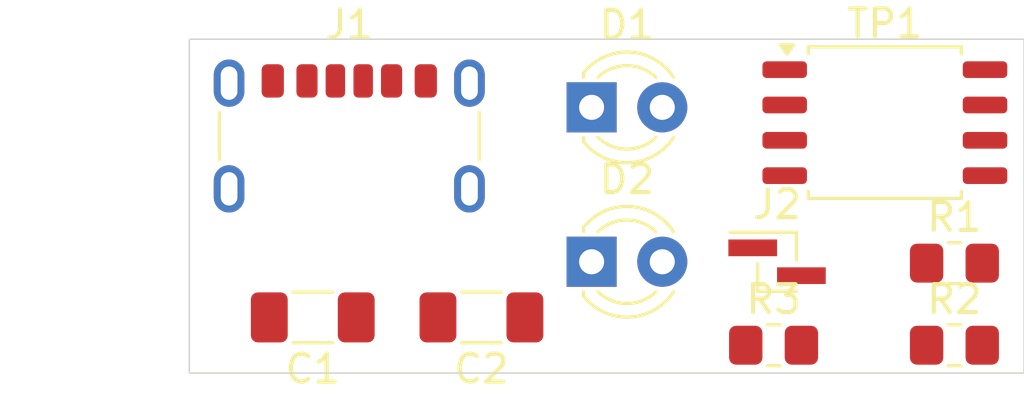
<source format=kicad_pcb>
(kicad_pcb (version 20240108) (generator "pcbnew") (generator_version "8.0")
  (layers (0 "F.Cu" signal) (31 "B.Cu" signal) (34 "B.Paste" user) (35 "F.Paste" user) (36 "B.SilkS" user "B.Silkscreen") (37 "F.SilkS" user "F.Silkscreen") (38 "B.Mask" user) (39 "F.Mask" user) (44 "Edge.Cuts" user))
  (net 0 "")
  (net 1 "VD")
  (net 2 "GND")
  (net 3 "VCC")
  (net 4 "Net-(D1-K)")
  (net 5 "Net-(D2-K)")
  (net 12 "Net-(TP1-CHRG)")
  (net 13 "Net-(TP1-STDBY)")
  (net 14 "Net-(TP1-PROG)")
  (footprint "Capacitor_SMD:C_1206_3216Metric_Pad1.33x1.80mm_HandSolder" (layer "F.Cu") (at 151 89.5 180)
    (property "Reference" "C2" (at 0 -1.85 180) (layer "F.SilkS"))
    (property "Value" "10 uf")
    (fp_line (start -0.711252 0.91) (end 0.711252 0.91) (stroke (width 0.12)) (layer "F.SilkS"))
    (fp_line (start -0.711252 -0.91) (end 0.711252 -0.91) (stroke (width 0.12)) (layer "F.SilkS"))
    (pad "1" smd roundrect (at -1.5625 0 180) (size 1.325 1.8) (layers "F.Cu" "F.Paste" "F.Mask") (roundrect_rratio 0.188679) (net 3 "VCC"))
    (pad "2" smd roundrect (at 1.5625 0 180) (size 1.325 1.8) (layers "F.Cu" "F.Paste" "F.Mask") (roundrect_rratio 0.188679) (net 2 "GND"))
  )
  (footprint "Resistor_SMD:R_0805_2012Metric_Pad1.20x1.40mm_HandSolder" (layer "F.Cu") (at 168 90.5)
    (property "Reference" "R2" (at 0 -1.65 0) (layer "F.SilkS"))
    (property "Value" "100")
    (fp_line (start -0.227064 -0.735) (end 0.227064 -0.735) (stroke (width 0.12)) (layer "F.SilkS"))
    (fp_line (start -0.227064 0.735) (end 0.227064 0.735) (stroke (width 0.12)) (layer "F.SilkS"))
    (pad "1" smd roundrect (at -1 0) (size 1.2 1.4) (layers "F.Cu" "F.Paste" "F.Mask") (roundrect_rratio 0.208333) (net 5 "Net-(D2-K)"))
    (pad "2" smd roundrect (at 1 0) (size 1.2 1.4) (layers "F.Cu" "F.Paste" "F.Mask") (roundrect_rratio 0.208333) (net 13 "Net-(TP1-STDBY)"))
  )
  (footprint "Resistor_SMD:R_0805_2012Metric_Pad1.20x1.40mm_HandSolder" (layer "F.Cu") (at 168 87.55)
    (property "Reference" "R1" (at 0 -1.65 0) (layer "F.SilkS"))
    (property "Value" "100")
    (fp_line (start -0.227064 -0.735) (end 0.227064 -0.735) (stroke (width 0.12)) (layer "F.SilkS"))
    (fp_line (start -0.227064 0.735) (end 0.227064 0.735) (stroke (width 0.12)) (layer "F.SilkS"))
    (pad "1" smd roundrect (at -1 0) (size 1.2 1.4) (layers "F.Cu" "F.Paste" "F.Mask") (roundrect_rratio 0.208333) (net 4 "Net-(D1-K)"))
    (pad "2" smd roundrect (at 1 0) (size 1.2 1.4) (layers "F.Cu" "F.Paste" "F.Mask") (roundrect_rratio 0.208333) (net 12 "Net-(TP1-CHRG)"))
  )
  (footprint "Package_SO:SOP-8_5.28x5.23mm_P1.27mm" (layer "F.Cu") (at 165.5 82.5)
    (property "Reference" "TP1" (at 0 -3.56 0) (layer "F.SilkS"))
    (property "Value" "~")
    (fp_line (start -2.75 -2.725) (end -2.75 -2.465) (stroke (width 0.12)) (layer "F.SilkS"))
    (fp_line (start -2.75 2.725) (end -2.75 2.465) (stroke (width 0.12)) (layer "F.SilkS"))
    (fp_line (start 0 -2.725) (end -2.75 -2.725) (stroke (width 0.12)) (layer "F.SilkS"))
    (fp_line (start 0 -2.725) (end 2.75 -2.725) (stroke (width 0.12)) (layer "F.SilkS"))
    (fp_line (start 0 2.725) (end -2.75 2.725) (stroke (width 0.12)) (layer "F.SilkS"))
    (fp_line (start 0 2.725) (end 2.75 2.725) (stroke (width 0.12)) (layer "F.SilkS"))
    (fp_line (start 2.75 -2.725) (end 2.75 -2.465) (stroke (width 0.12)) (layer "F.SilkS"))
    (fp_line (start 2.75 2.725) (end 2.75 2.465) (stroke (width 0.12)) (layer "F.SilkS"))
    (fp_poly (pts (xy -3.52 -2.465) (xy -3.76 -2.795) (xy -3.28 -2.795) (xy -3.52 -2.465)) (stroke (width 0.12)) (fill solid) (layer "F.SilkS"))
    (pad "1" smd roundrect (at -3.6 -1.905) (size 1.6 0.6) (layers "F.Cu" "F.Paste" "F.Mask") (net 2 "GND"))
    (pad "2" smd roundrect (at -3.6 -0.635) (size 1.6 0.6) (layers "F.Cu" "F.Paste" "F.Mask") (net 14 "Net-(TP1-PROG)"))
    (pad "3" smd roundrect (at -3.6 0.635) (size 1.6 0.6) (layers "F.Cu" "F.Paste" "F.Mask") (net 2 "GND"))
    (pad "4" smd roundrect (at -3.6 1.905) (size 1.6 0.6) (layers "F.Cu" "F.Paste" "F.Mask") (net 3 "VCC"))
    (pad "5" smd roundrect (at 3.6 1.905) (size 1.6 0.6) (layers "F.Cu" "F.Paste" "F.Mask") (net 1 "VD"))
    (pad "6" smd roundrect (at 3.6 0.635) (size 1.6 0.6) (layers "F.Cu" "F.Paste" "F.Mask") (net 13 "Net-(TP1-STDBY)"))
    (pad "7" smd roundrect (at 3.6 -0.635) (size 1.6 0.6) (layers "F.Cu" "F.Paste" "F.Mask") (net 12 "Net-(TP1-CHRG)"))
    (pad "8" smd roundrect (at 3.6 -1.905) (size 1.6 0.6) (layers "F.Cu" "F.Paste" "F.Mask") (net 3 "VCC"))
  )
  (footprint "Connector_PinHeader_1.00mm:PinHeader_1x02_P1.00mm_Vertical_SMD_Pin1Left" (layer "F.Cu") (at 161.625 87.5)
    (property "Reference" "J2" (at 0 -2.06 0) (layer "F.SilkS"))
    (property "Value" "Conn_01x02_Pin")
    (fp_line (start -0.695 -1.06) (end -1.69 -1.06) (stroke (width 0.12)) (layer "F.SilkS"))
    (fp_line (start -0.695 -1.06) (end -0.695 -1.06) (stroke (width 0.12)) (layer "F.SilkS"))
    (fp_line (start -0.695 -1.06) (end 0.695 -1.06) (stroke (width 0.12)) (layer "F.SilkS"))
    (fp_line (start -0.695 0.06) (end -0.695 1.06) (stroke (width 0.12)) (layer "F.SilkS"))
    (fp_line (start -0.695 1.06) (end 0.695 1.06) (stroke (width 0.12)) (layer "F.SilkS"))
    (fp_line (start 0.695 -1.06) (end 0.695 -0.06) (stroke (width 0.12)) (layer "F.SilkS"))
    (fp_line (start 0.695 1.06) (end 0.695 1.06) (stroke (width 0.12)) (layer "F.SilkS"))
    (pad "1" smd rect (at -0.875 -0.5) (size 1.75 0.6) (layers "F.Cu" "F.Paste" "F.Mask") (net 1 "VD"))
    (pad "2" smd rect (at 0.875 0.5) (size 1.75 0.6) (layers "F.Cu" "F.Paste" "F.Mask") (net 2 "GND"))
  )
  (footprint "LED_THT:LED_D3.0mm" (layer "F.Cu") (at 154.96 87.5)
    (property "Reference" "D2" (at 1.27 -2.96 0) (layer "F.SilkS"))
    (property "Value" "LED")
    (fp_line (start -0.29 -1.236) (end -0.29 -1.08) (stroke (width 0.12)) (layer "F.SilkS"))
    (fp_line (start -0.29 1.08) (end -0.29 1.236) (stroke (width 0.12)) (layer "F.SilkS"))
    (fp_arc (start -0.29 -1.235516) (mid 1.366487 -1.987659) (end 2.942335 -1.078608) (stroke (width 0.12)) (layer "F.SilkS"))
    (fp_arc (start 0.229039 -1.08) (mid 1.270117 -1.5) (end 2.31113 -1.079837) (stroke (width 0.12)) (layer "F.SilkS"))
    (fp_arc (start 2.31113 1.079837) (mid 1.270117 1.5) (end 0.229039 1.08) (stroke (width 0.12)) (layer "F.SilkS"))
    (fp_arc (start 2.942335 1.078608) (mid 1.366487 1.987659) (end -0.29 1.235516) (stroke (width 0.12)) (layer "F.SilkS"))
    (pad "1" thru_hole rect (at 0 0) (size 1.8 1.8) (drill 0.9) (layers "*.Cu" "*.Mask") (net 5 "Net-(D2-K)"))
    (pad "2" thru_hole circle (at 2.54 0) (size 1.8 1.8) (drill 0.9) (layers "*.Cu" "*.Mask") (net 3 "VCC"))
  )
  (footprint "Resistor_SMD:R_0805_2012Metric_Pad1.20x1.40mm_HandSolder" (layer "F.Cu") (at 161.5 90.5)
    (property "Reference" "R3" (at 0 -1.65 0) (layer "F.SilkS"))
    (property "Value" "10k")
    (fp_line (start -0.227064 -0.735) (end 0.227064 -0.735) (stroke (width 0.12)) (layer "F.SilkS"))
    (fp_line (start -0.227064 0.735) (end 0.227064 0.735) (stroke (width 0.12)) (layer "F.SilkS"))
    (pad "1" smd roundrect (at -1 0) (size 1.2 1.4) (layers "F.Cu" "F.Paste" "F.Mask") (roundrect_rratio 0.208333) (net 14 "Net-(TP1-PROG)"))
    (pad "2" smd roundrect (at 1 0) (size 1.2 1.4) (layers "F.Cu" "F.Paste" "F.Mask") (roundrect_rratio 0.208333) (net 2 "GND"))
  )
  (footprint "LED_THT:LED_D3.0mm" (layer "F.Cu") (at 154.96 81.95)
    (property "Reference" "D1" (at 1.27 -2.96 0) (layer "F.SilkS"))
    (property "Value" "LED")
    (fp_line (start -0.29 -1.236) (end -0.29 -1.08) (stroke (width 0.12)) (layer "F.SilkS"))
    (fp_line (start -0.29 1.08) (end -0.29 1.236) (stroke (width 0.12)) (layer "F.SilkS"))
    (fp_arc (start -0.29 -1.235516) (mid 1.366487 -1.987659) (end 2.942335 -1.078608) (stroke (width 0.12)) (layer "F.SilkS"))
    (fp_arc (start 0.229039 -1.08) (mid 1.270117 -1.5) (end 2.31113 -1.079837) (stroke (width 0.12)) (layer "F.SilkS"))
    (fp_arc (start 2.31113 1.079837) (mid 1.270117 1.5) (end 0.229039 1.08) (stroke (width 0.12)) (layer "F.SilkS"))
    (fp_arc (start 2.942335 1.078608) (mid 1.366487 1.987659) (end -0.29 1.235516) (stroke (width 0.12)) (layer "F.SilkS"))
    (pad "1" thru_hole rect (at 0 0) (size 1.8 1.8) (drill 0.9) (layers "*.Cu" "*.Mask") (net 4 "Net-(D1-K)"))
    (pad "2" thru_hole circle (at 2.54 0) (size 1.8 1.8) (drill 0.9) (layers "*.Cu" "*.Mask") (net 3 "VCC"))
  )
  (footprint "Capacitor_SMD:C_1206_3216Metric_Pad1.33x1.80mm_HandSolder" (layer "F.Cu") (at 144.9375 89.5 180)
    (property "Reference" "C1" (at 0 -1.85 180) (layer "F.SilkS"))
    (property "Value" "10 uf")
    (fp_line (start -0.711252 0.91) (end 0.711252 0.91) (stroke (width 0.12)) (layer "F.SilkS"))
    (fp_line (start -0.711252 -0.91) (end 0.711252 -0.91) (stroke (width 0.12)) (layer "F.SilkS"))
    (pad "1" smd roundrect (at -1.5625 0 180) (size 1.325 1.8) (layers "F.Cu" "F.Paste" "F.Mask") (roundrect_rratio 0.188679) (net 1 "VD"))
    (pad "2" smd roundrect (at 1.5625 0 180) (size 1.325 1.8) (layers "F.Cu" "F.Paste" "F.Mask") (roundrect_rratio 0.188679) (net 2 "GND"))
  )
  (footprint "Connector_USB:USB_C_Receptacle_GCT_USB4125-xx-x-0190_6P_TopMnt_Horizontal" (layer "F.Cu") (at 146.25 84.08)
    (property "Reference" "J1" (at 0 -5.1 0) (layer "F.SilkS"))
    (property "Value" "USB_C_Receptacle_PowerOnly_6P")
    (fp_line (start -4.67 -0.25) (end -4.67 -1.95) (stroke (width 0.12)) (layer "F.SilkS"))
    (fp_line (start 4.67 -0.25) (end 4.67 -1.95) (stroke (width 0.12)) (layer "F.SilkS"))
    (pad "A5" smd roundrect (at -0.5 -3.08) (size 0.7 1.2) (layers "F.Cu" "F.Paste" "F.Mask"))
    (pad "A9" smd roundrect (at 1.52 -3.08 180) (size 0.76 1.2) (layers "F.Cu" "F.Paste" "F.Mask") (net 3 "VCC"))
    (pad "A12" smd roundrect (at 2.75 -3.08 180) (size 0.8 1.2) (layers "F.Cu" "F.Paste" "F.Mask") (net 2 "GND"))
    (pad "B5" smd roundrect (at 0.5 -3.08 180) (size 0.7 1.2) (layers "F.Cu" "F.Paste" "F.Mask"))
    (pad "B9" smd roundrect (at -1.52 -3.08) (size 0.76 1.2) (layers "F.Cu" "F.Paste" "F.Mask") (net 3 "VCC"))
    (pad "B12" smd roundrect (at -2.75 -3.08) (size 0.8 1.2) (layers "F.Cu" "F.Paste" "F.Mask") (net 2 "GND"))
    (pad "S1" thru_hole oval (at -4.32 -3) (size 1.1 1.7) (drill oval 0.6 1.2) (layers "*.Cu" "*.Mask" "F.Paste"))
    (pad "S1" thru_hole oval (at -4.32 0.8) (size 1.1 1.7) (drill oval 0.6 1.2) (layers "*.Cu" "*.Mask" "F.Paste"))
    (pad "S1" thru_hole oval (at 4.32 -3) (size 1.1 1.7) (drill oval 0.6 1.2) (layers "*.Cu" "*.Mask" "F.Paste"))
    (pad "S1" thru_hole oval (at 4.32 0.8) (size 1.1 1.7) (drill oval 0.6 1.2) (layers "*.Cu" "*.Mask" "F.Paste"))
  )
  (gr_rect (start 140.5 79.5) (end 170.5 91.5) (stroke (width 0.05)) (fill none) (layer "Edge.Cuts"))
)
</source>
